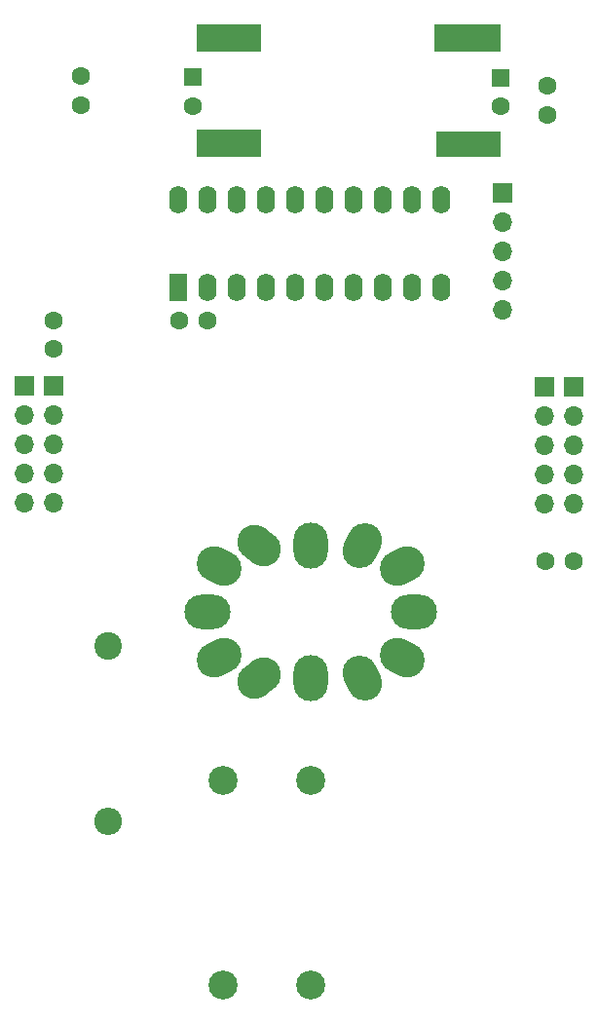
<source format=gbr>
%TF.GenerationSoftware,KiCad,Pcbnew,8.0.8*%
%TF.CreationDate,2025-02-27T12:07:19-08:00*%
%TF.ProjectId,proto,70726f74-6f2e-46b6-9963-61645f706362,rev?*%
%TF.SameCoordinates,Original*%
%TF.FileFunction,Soldermask,Top*%
%TF.FilePolarity,Negative*%
%FSLAX46Y46*%
G04 Gerber Fmt 4.6, Leading zero omitted, Abs format (unit mm)*
G04 Created by KiCad (PCBNEW 8.0.8) date 2025-02-27 12:07:19*
%MOMM*%
%LPD*%
G01*
G04 APERTURE LIST*
G04 Aperture macros list*
%AMHorizOval*
0 Thick line with rounded ends*
0 $1 width*
0 $2 $3 position (X,Y) of the first rounded end (center of the circle)*
0 $4 $5 position (X,Y) of the second rounded end (center of the circle)*
0 Add line between two ends*
20,1,$1,$2,$3,$4,$5,0*
0 Add two circle primitives to create the rounded ends*
1,1,$1,$2,$3*
1,1,$1,$4,$5*%
G04 Aperture macros list end*
%ADD10C,2.524000*%
%ADD11R,1.600000X1.600000*%
%ADD12C,1.600000*%
%ADD13R,1.700000X1.700000*%
%ADD14O,1.700000X1.700000*%
%ADD15HorizOval,3.000000X-0.447077X0.223880X0.447077X-0.223880X0*%
%ADD16HorizOval,3.000000X-0.394005X0.307831X0.394005X-0.307831X0*%
%ADD17O,3.000000X4.000000*%
%ADD18HorizOval,3.000000X-0.223880X-0.447077X0.223880X0.447077X0*%
%ADD19HorizOval,3.000000X-0.447077X-0.223880X0.447077X0.223880X0*%
%ADD20O,4.000000X3.000000*%
%ADD21HorizOval,3.000000X-0.447077X0.223880X0.447077X-0.223880X0*%
%ADD22HorizOval,3.000000X-0.223880X0.447077X0.223880X-0.447077X0*%
%ADD23HorizOval,3.000000X0.394005X0.307831X-0.394005X-0.307831X0*%
%ADD24HorizOval,3.000000X0.447077X0.223880X-0.447077X-0.223880X0*%
%ADD25C,2.400000*%
%ADD26O,2.400000X2.400000*%
%ADD27R,1.600000X2.400000*%
%ADD28O,1.600000X2.400000*%
%ADD29R,5.809998X2.359998*%
%ADD30R,5.631000X2.391000*%
%ADD31R,5.701000X2.351000*%
%ADD32R,5.710994X2.310994*%
G04 APERTURE END LIST*
D10*
%TO.C,S1*%
X101780000Y-160230000D03*
X101780000Y-178010000D03*
X109400000Y-178010000D03*
X109400000Y-160230000D03*
%TD*%
D11*
%TO.C,C1*%
X125950000Y-99174888D03*
D12*
X125950000Y-101674888D03*
%TD*%
D13*
%TO.C,J2*%
X132290000Y-126005000D03*
D14*
X132290000Y-128545000D03*
X132290000Y-131085000D03*
X132290000Y-133625000D03*
X132290000Y-136165000D03*
%TD*%
D12*
%TO.C,C5*%
X130000000Y-99890000D03*
X130000000Y-102390000D03*
%TD*%
%TO.C,C6*%
X87060000Y-122730000D03*
X87060000Y-120230000D03*
%TD*%
D13*
%TO.C,J1*%
X126060000Y-109140000D03*
D14*
X126060000Y-111680000D03*
X126060000Y-114220000D03*
X126060000Y-116760000D03*
X126060000Y-119300000D03*
%TD*%
D12*
%TO.C,C2*%
X132290000Y-141190000D03*
X129790000Y-141190000D03*
%TD*%
D15*
%TO.C,N1*%
X101400000Y-141560000D03*
D16*
X104900000Y-139810000D03*
D17*
X109400000Y-139810000D03*
D18*
X113900000Y-139810000D03*
D19*
X117400000Y-141560000D03*
D20*
X118400000Y-145560000D03*
D21*
X117400000Y-149560000D03*
D22*
X113900000Y-151310000D03*
D17*
X109400000Y-151310000D03*
D23*
X104900000Y-151310000D03*
D24*
X101400000Y-149560000D03*
D20*
X100400000Y-145560000D03*
%TD*%
D25*
%TO.C,R1*%
X91830000Y-148580000D03*
D26*
X91830000Y-163820000D03*
%TD*%
D13*
%TO.C,J4*%
X129750000Y-126000000D03*
D14*
X129750000Y-128540000D03*
X129750000Y-131080000D03*
X129750000Y-133620000D03*
X129750000Y-136160000D03*
%TD*%
D27*
%TO.C,U2*%
X97910000Y-117400000D03*
D28*
X100450000Y-117400000D03*
X102990000Y-117400000D03*
X105530000Y-117400000D03*
X108070000Y-117400000D03*
X110610000Y-117400000D03*
X113150000Y-117400000D03*
X115690000Y-117400000D03*
X118230000Y-117400000D03*
X120770000Y-117400000D03*
X120770000Y-109780000D03*
X118230000Y-109780000D03*
X115690000Y-109780000D03*
X113150000Y-109780000D03*
X110610000Y-109780000D03*
X108070000Y-109780000D03*
X105530000Y-109780000D03*
X102990000Y-109780000D03*
X100450000Y-109780000D03*
X97910000Y-109780000D03*
%TD*%
D13*
%TO.C,J5*%
X87030000Y-125950000D03*
D14*
X87030000Y-128490000D03*
X87030000Y-131030000D03*
X87030000Y-133570000D03*
X87030000Y-136110000D03*
%TD*%
D12*
%TO.C,C7*%
X100440000Y-120220000D03*
X97940000Y-120220000D03*
%TD*%
D13*
%TO.C,J3*%
X84480000Y-125920000D03*
D14*
X84480000Y-128460000D03*
X84480000Y-131000000D03*
X84480000Y-133540000D03*
X84480000Y-136080000D03*
%TD*%
D11*
%TO.C,C3*%
X99160000Y-99124888D03*
D12*
X99160000Y-101624888D03*
%TD*%
D29*
%TO.C,U1*%
X123054999Y-95710001D03*
D30*
X102284500Y-95744500D03*
D31*
X102299500Y-104835500D03*
D32*
X123095497Y-104905497D03*
%TD*%
D12*
%TO.C,C4*%
X89450000Y-99050000D03*
X89450000Y-101550000D03*
%TD*%
M02*

</source>
